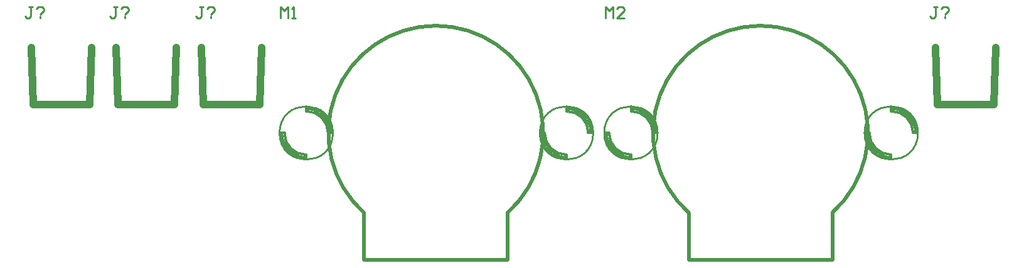
<source format=gto>
G04 Layer_Color=15132400*
%FSLAX25Y25*%
%MOIN*%
G70*
G01*
G75*
%ADD13C,0.01969*%
%ADD14C,0.01000*%
%ADD15C,0.03937*%
%ADD16C,0.01181*%
D13*
X756300Y166168D02*
G03*
X679950Y165943I-38300J42331D01*
G01*
X928800Y166168D02*
G03*
X852450Y165943I-38300J42331D01*
G01*
X679950Y141000D02*
X756300D01*
X679950D02*
Y165944D01*
X756300Y141225D02*
Y166168D01*
X852450Y141000D02*
X928800D01*
X852450D02*
Y165944D01*
X928800Y141225D02*
Y166168D01*
D14*
X774665Y208500D02*
G03*
X787461Y195705I12795J0D01*
G01*
X776043Y208500D02*
G03*
X787461Y197083I11417J0D01*
G01*
X773859Y208500D02*
G03*
X787461Y194898I13601J0D01*
G01*
X775650Y208500D02*
G03*
X787461Y196689I11811J0D01*
G01*
X799272Y208500D02*
G03*
X787461Y220311I-11811J0D01*
G01*
X801062Y208500D02*
G03*
X787461Y222101I-13601J0D01*
G01*
X798878Y208500D02*
G03*
X787461Y219917I-11417J0D01*
G01*
X800256Y208500D02*
G03*
X787461Y221295I-12795J0D01*
G01*
X801634Y208500D02*
G03*
X801634Y208500I-14173J0D01*
G01*
X636386D02*
G03*
X649181Y195705I12795J0D01*
G01*
X637764Y208500D02*
G03*
X649181Y197083I11417J0D01*
G01*
X635580Y208500D02*
G03*
X649181Y194898I13601J0D01*
G01*
X637370Y208500D02*
G03*
X649181Y196689I11811J0D01*
G01*
X660992Y208500D02*
G03*
X649181Y220311I-11811J0D01*
G01*
X662783Y208500D02*
G03*
X649181Y222101I-13601J0D01*
G01*
X660598Y208500D02*
G03*
X649181Y219917I-11417J0D01*
G01*
X661976Y208500D02*
G03*
X649181Y221295I-12795J0D01*
G01*
X663354Y208500D02*
G03*
X663354Y208500I-14173J0D01*
G01*
X947165D02*
G03*
X959961Y195705I12795J0D01*
G01*
X948543Y208500D02*
G03*
X959961Y197083I11417J0D01*
G01*
X946359Y208500D02*
G03*
X959961Y194898I13601J0D01*
G01*
X948150Y208500D02*
G03*
X959961Y196689I11811J0D01*
G01*
X971772Y208500D02*
G03*
X959961Y220311I-11811J0D01*
G01*
X973562Y208500D02*
G03*
X959961Y222101I-13601J0D01*
G01*
X971378Y208500D02*
G03*
X959961Y219917I-11417J0D01*
G01*
X972756Y208500D02*
G03*
X959961Y221295I-12795J0D01*
G01*
X974134Y208500D02*
G03*
X974134Y208500I-14173J0D01*
G01*
X808886D02*
G03*
X821681Y195705I12795J0D01*
G01*
X810264Y208500D02*
G03*
X821681Y197083I11417J0D01*
G01*
X808080Y208500D02*
G03*
X821681Y194898I13601J0D01*
G01*
X809870Y208500D02*
G03*
X821681Y196689I11811J0D01*
G01*
X833492Y208500D02*
G03*
X821681Y220311I-11811J0D01*
G01*
X835283Y208500D02*
G03*
X821681Y222101I-13601J0D01*
G01*
X833098Y208500D02*
G03*
X821681Y219917I-11417J0D01*
G01*
X834476Y208500D02*
G03*
X821681Y221295I-12795J0D01*
G01*
X835854Y208500D02*
G03*
X835854Y208500I-14173J0D01*
G01*
X984449Y275548D02*
X982449D01*
X983449D01*
Y270550D01*
X982449Y269550D01*
X981450D01*
X980450Y270550D01*
X986448Y274548D02*
X987448Y275548D01*
X989447D01*
X990447Y274548D01*
Y273549D01*
X988447Y271549D01*
Y270550D02*
Y269550D01*
X594449Y275548D02*
X592449D01*
X593449D01*
Y270550D01*
X592449Y269550D01*
X591450D01*
X590450Y270550D01*
X596448Y274548D02*
X597448Y275548D01*
X599447D01*
X600447Y274548D01*
Y273549D01*
X598447Y271549D01*
Y270550D02*
Y269550D01*
X548949Y275548D02*
X546949D01*
X547949D01*
Y270550D01*
X546949Y269550D01*
X545950D01*
X544950Y270550D01*
X550948Y274548D02*
X551948Y275548D01*
X553947D01*
X554947Y274548D01*
Y273549D01*
X552947Y271549D01*
Y270550D02*
Y269550D01*
X503949Y275548D02*
X501949D01*
X502949D01*
Y270550D01*
X501949Y269550D01*
X500950D01*
X499950Y270550D01*
X505948Y274548D02*
X506948Y275548D01*
X508947D01*
X509947Y274548D01*
Y273549D01*
X507947Y271549D01*
Y270550D02*
Y269550D01*
X635550D02*
Y275548D01*
X637549Y273549D01*
X639549Y275548D01*
Y269550D01*
X641548D02*
X643547D01*
X642548D01*
Y275548D01*
X641548Y274548D01*
X808050Y269550D02*
Y275548D01*
X810049Y273549D01*
X812049Y275548D01*
Y269550D01*
X818047D02*
X814048D01*
X818047Y273549D01*
Y274548D01*
X817047Y275548D01*
X815048D01*
X814048Y274548D01*
D15*
X503000Y254000D02*
X504000Y223500D01*
X534000D02*
X535000Y254000D01*
X504000Y223500D02*
X534000D01*
X548000Y254000D02*
X549000Y223500D01*
X579000D02*
X580000Y254000D01*
X549000Y223500D02*
X579000D01*
X593500Y254000D02*
X594500Y223500D01*
X624500D02*
X625500Y254000D01*
X594500Y223500D02*
X624500D01*
X983500Y254000D02*
X984500Y223500D01*
X1014500D02*
X1015500Y254000D01*
X984500Y223500D02*
X1014500D01*
D16*
X773461Y208500D02*
X775965D01*
X787461Y194500D02*
Y197004D01*
Y219996D02*
Y222500D01*
X798957Y208500D02*
X801461D01*
X635181D02*
X637685D01*
X649181Y194500D02*
Y197004D01*
Y219996D02*
Y222500D01*
X660677Y208500D02*
X663181D01*
X945961D02*
X948465D01*
X959961Y194500D02*
Y197004D01*
Y219996D02*
Y222500D01*
X971457Y208500D02*
X973961D01*
X807681D02*
X810185D01*
X821681Y194500D02*
Y197004D01*
Y219996D02*
Y222500D01*
X833177Y208500D02*
X835681D01*
M02*

</source>
